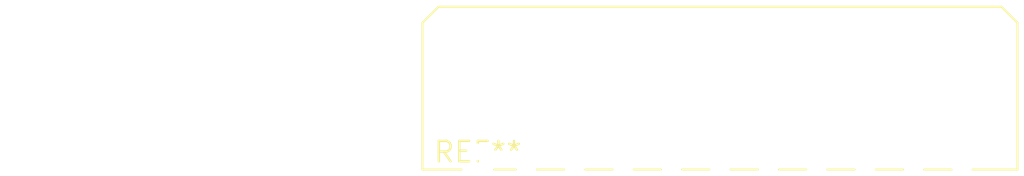
<source format=kicad_pcb>
(kicad_pcb (version 20240108) (generator pcbnew)
  (layers (0 "F.Cu" signal) (31 "B.Cu" signal) (34 "B.Paste" user) (35 "F.Paste" user) (36 "B.SilkS" user "B.Silkscreen") (37 "F.SilkS" user "F.Silkscreen") (38 "B.Mask" user) (39 "F.Mask" user) (44 "Edge.Cuts" user))
  (net 0 "")
  (footprint "Molex_Micro-Fit_3.0_43650-1100_1x11_P3.00mm_Horizontal" (layer "F.Cu") (at 0 0)
    (property "Reference" "REF**")
    (property "Value" "Molex_Micro-Fit_3.0_43650-1100_1x11_P3.00mm_Horizontal")
    (fp_line (start -3.435 -8.03) (end -2.435 -9.03) (layer "F.SilkS") (stroke (width 0.12)))
    (fp_line (start -3.435 1.09) (end -3.435 -8.03) (layer "F.SilkS") (stroke (width 0.12)))
    (fp_line (start -3.435 1.09) (end -1.01 1.09) (layer "F.SilkS") (stroke (width 0.12)))
    (fp_line (start -2.435 -9.03) (end 32.435 -9.03) (layer "F.SilkS") (stroke (width 0.12)))
    (fp_line (start 1.01 1.09) (end 2.348233 1.09) (layer "F.SilkS") (stroke (width 0.12)))
    (fp_line (start 3.651767 1.09) (end 5.348233 1.09) (layer "F.SilkS") (stroke (width 0.12)))
    (fp_line (start 6.651767 1.09) (end 8.348233 1.09) (layer "F.SilkS") (stroke (width 0.12)))
    (fp_line (start 9.651767 1.09) (end 11.348233 1.09) (layer "F.SilkS") (stroke (width 0.12)))
    (fp_line (start 12.651767 1.09) (end 14.348233 1.09) (layer "F.SilkS") (stroke (width 0.12)))
    (fp_line (start 15.651767 1.09) (end 17.348233 1.09) (layer "F.SilkS") (stroke (width 0.12)))
    (fp_line (start 18.651767 1.09) (end 20.348233 1.09) (layer "F.SilkS") (stroke (width 0.12)))
    (fp_line (start 21.651767 1.09) (end 23.348233 1.09) (layer "F.SilkS") (stroke (width 0.12)))
    (fp_line (start 24.651767 1.09) (end 26.348233 1.09) (layer "F.SilkS") (stroke (width 0.12)))
    (fp_line (start 27.651767 1.09) (end 29.348233 1.09) (layer "F.SilkS") (stroke (width 0.12)))
    (fp_line (start 32.435 -9.03) (end 33.435 -8.03) (layer "F.SilkS") (stroke (width 0.12)))
    (fp_line (start 33.435 -8.03) (end 33.435 1.09) (layer "F.SilkS") (stroke (width 0.12)))
    (fp_line (start 33.435 1.09) (end 30.651767 1.09) (layer "F.SilkS") (stroke (width 0.12)))
    (pad "" np_thru_hole circle (at 2.15 -4.32) (size 3 3) (drill 3) (layers *.Cu *.Mask))
    (pad "" np_thru_hole circle (at 27.85 -4.32) (size 3 3) (drill 3) (layers *.Cu *.Mask))
    (pad "1" thru_hole roundrect (at 0 0) (size 1.5 2.02) (drill 1.02) (layers *.Cu *.Mask) (remove_unused_layers) (roundrect_rratio 0.166667))
    (pad "2" thru_hole oval (at 3 0) (size 1.5 2.02) (drill 1.02) (layers *.Cu *.Mask) (remove_unused_layers))
    (pad "3" thru_hole oval (at 6 0) (size 1.5 2.02) (drill 1.02) (layers *.Cu *.Mask) (remove_unused_layers))
    (pad "4" thru_hole oval (at 9 0) (size 1.5 2.02) (drill 1.02) (layers *.Cu *.Mask) (remove_unused_layers))
    (pad "5" thru_hole oval (at 12 0) (size 1.5 2.02) (drill 1.02) (layers *.Cu *.Mask) (remove_unused_layers))
    (pad "6" thru_hole oval (at 15 0) (size 1.5 2.02) (drill 1.02) (layers *.Cu *.Mask) (remove_unused_layers))
    (pad "7" thru_hole oval (at 18 0) (size 1.5 2.02) (drill 1.02) (layers *.Cu *.Mask) (remove_unused_layers))
    (pad "8" thru_hole oval (at 21 0) (size 1.5 2.02) (drill 1.02) (layers *.Cu *.Mask) (remove_unused_layers))
    (pad "9" thru_hole oval (at 24 0) (size 1.5 2.02) (drill 1.02) (layers *.Cu *.Mask) (remove_unused_layers))
    (pad "10" thru_hole oval (at 27 0) (size 1.5 2.02) (drill 1.02) (layers *.Cu *.Mask) (remove_unused_layers))
    (pad "11" thru_hole oval (at 30 0) (size 1.5 2.02) (drill 1.02) (layers *.Cu *.Mask) (remove_unused_layers))
  )
)
</source>
